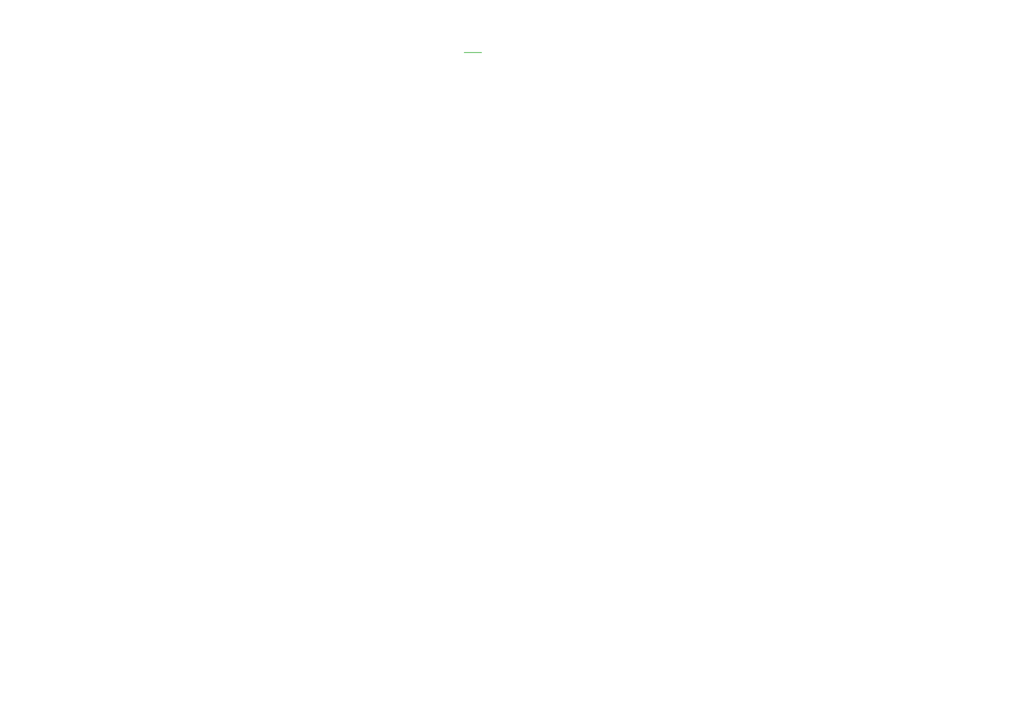
<source format=kicad_sch>
(kicad_sch
	(version 20231120)
	(generator "eeschema")
	(generator_version "8.0")
	(uuid "e5e5220d-5b7e-47da-a902-b997ec8d4d58")
	(paper "A4")
	(title_block
		(title "Sensor node")
		(date "2024-07-07")
		(rev "2.1")
		(company "KU Leuven")
		(comment 1 "Dramco")
		(comment 2 "Sarah Goossens")
	)
	(lib_symbols)
	(wire
		(pts
			(xy 139.7 15.24) (xy 134.62 15.24)
		)
		(stroke
			(width 0)
			(type default)
		)
		(uuid "b92493da-0492-44dc-a1b1-ae25352e9d20")
	)
)

</source>
